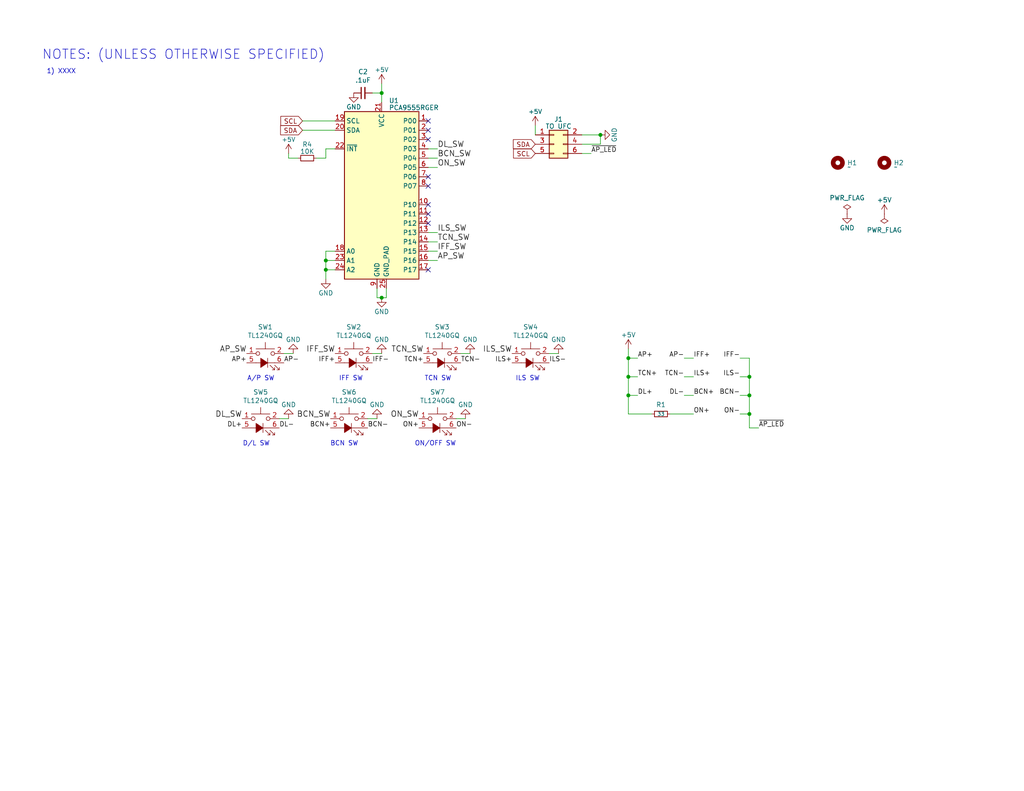
<source format=kicad_sch>
(kicad_sch (version 20230121) (generator eeschema)
  (paper "USLetter")
  (title_block (title "Autopilot Button PCB") (date "2022-08-26") (rev "2") (company "WWW.OPENHORNET.COM") (comment 1 "CC BY-NC-SA"))
  (lib_symbols
    (symbol "Connector_Generic:Conn_02x03_Odd_Even" (pin_names (offset 1.016) hide)
      (property "Reference" "J" (at 1.27 5.08 0))
      (property "Value" "Conn_02x03_Odd_Even" (at 1.27 -5.08 0))
      (symbol "Conn_02x03_Odd_Even_1_1"
        (rectangle (start -1.27 -2.413) (end 0 -2.667) (stroke (width 0.1524)))
        (rectangle (start -1.27 0.127) (end 0 -0.127) (stroke (width 0.1524)))
        (rectangle (start -1.27 2.667) (end 0 2.413) (stroke (width 0.1524)))
        (rectangle (start -1.27 3.81) (end 3.81 -3.81) (stroke (width 0.254)) (fill (type background)))
        (rectangle (start 3.81 -2.413) (end 2.54 -2.667) (stroke (width 0.1524)))
        (rectangle (start 3.81 0.127) (end 2.54 -0.127) (stroke (width 0.1524)))
        (rectangle (start 3.81 2.667) (end 2.54 2.413) (stroke (width 0.1524)))
        (pin passive line (at -5.08 2.54 0) (length 3.81) (name "Pin_1") (number "1"))
        (pin passive line (at 7.62 2.54 180) (length 3.81) (name "Pin_2") (number "2"))
        (pin passive line (at -5.08 0 0) (length 3.81) (name "Pin_3") (number "3"))
        (pin passive line (at 7.62 0 180) (length 3.81) (name "Pin_4") (number "4"))
        (pin passive line (at -5.08 -2.54 0) (length 3.81) (name "Pin_5") (number "5"))
        (pin passive line (at 7.62 -2.54 180) (length 3.81) (name "Pin_6") (number "6"))
      )
    )
    (symbol "Device:C_Small" (pin_numbers hide) (pin_names (offset 0.254) hide)
      (property "Reference" "C" (at 0.254 1.778 0))
      (property "Value" "C_Small" (at 0.254 -2.032 0))
      (symbol "C_Small_0_1"
        (polyline (pts (xy -1.524 -0.508) (xy 1.524 -0.508)) (stroke (width 0.3302)))
        (polyline (pts (xy -1.524 0.508) (xy 1.524 0.508)) (stroke (width 0.3048)))
      )
      (symbol "C_Small_1_1"
        (pin passive line (at 0 2.54 270) (length 2.032) (name "~") (number "1"))
        (pin passive line (at 0 -2.54 90) (length 2.032) (name "~") (number "2"))
      )
    )
    (symbol "Device:R_Small" (pin_numbers hide) (pin_names (offset 0.254) hide)
      (property "Reference" "R" (at 0.762 0.508 0))
      (property "Value" "R_Small" (at 0.762 -1.016 0))
      (symbol "R_Small_0_1"
        (rectangle (start -0.762 1.778) (end 0.762 -1.778) (stroke (width 0.2032)))
      )
      (symbol "R_Small_1_1"
        (pin passive line (at 0 2.54 270) (length 0.762) (name "~") (number "1"))
        (pin passive line (at 0 -2.54 90) (length 0.762) (name "~") (number "2"))
      )
    )
    (symbol "KiCadCustomLib:PCA9555RGER"
      (property "Reference" "U" (at 8.89 26.67 0))
      (property "Value" "PCA9555RGER" (at 1.27 24.13 0))
      (symbol "PCA9555RGER_1_1"
        (rectangle (start -10.16 22.86) (end 10.16 -22.86) (stroke (width 0.254)) (fill (type background)))
        (pin bidirectional line (at 12.7 20.32 180) (length 2.54) (name "P00") (number "1"))
        (pin bidirectional line (at 12.7 -2.54 180) (length 2.54) (name "P10") (number "10"))
        (pin bidirectional line (at 12.7 -5.08 180) (length 2.54) (name "P11") (number "11"))
        (pin bidirectional line (at 12.7 -7.62 180) (length 2.54) (name "P12") (number "12"))
        (pin bidirectional line (at 12.7 -10.16 180) (length 2.54) (name "P13") (number "13"))
        (pin bidirectional line (at 12.7 -12.7 180) (length 2.54) (name "P14") (number "14"))
        (pin bidirectional line (at 12.7 -15.24 180) (length 2.54) (name "P15") (number "15"))
        (pin bidirectional line (at 12.7 -17.78 180) (length 2.54) (name "P16") (number "16"))
        (pin bidirectional line (at 12.7 -20.32 180) (length 2.54) (name "P17") (number "17"))
        (pin input line (at -12.7 -15.24 0) (length 2.54) (name "A0") (number "18"))
        (pin input line (at -12.7 20.32 0) (length 2.54) (name "SCL") (number "19"))
        (pin bidirectional line (at 12.7 17.78 180) (length 2.54) (name "P01") (number "2"))
        (pin bidirectional line (at -12.7 17.78 0) (length 2.54) (name "SDA") (number "20"))
        (pin power_in line (at 0 25.4 270) (length 2.54) (name "VCC") (number "21"))
        (pin open_collector line (at -12.7 12.7 0) (length 2.54) (name "~{INT}") (number "22"))
        (pin input line (at -12.7 -17.78 0) (length 2.54) (name "A1") (number "23"))
        (pin input line (at -12.7 -20.32 0) (length 2.54) (name "A2") (number "24"))
        (pin power_in line (at 1.27 -25.4 90) (length 2.54) (name "GND_PAD") (number "25"))
        (pin bidirectional line (at 12.7 15.24 180) (length 2.54) (name "P02") (number "3"))
        (pin bidirectional line (at 12.7 12.7 180) (length 2.54) (name "P03") (number "4"))
        (pin bidirectional line (at 12.7 10.16 180) (length 2.54) (name "P04") (number "5"))
        (pin bidirectional line (at 12.7 7.62 180) (length 2.54) (name "P05") (number "6"))
        (pin bidirectional line (at 12.7 5.08 180) (length 2.54) (name "P06") (number "7"))
        (pin bidirectional line (at 12.7 2.54 180) (length 2.54) (name "P07") (number "8"))
        (pin power_in line (at -1.27 -25.4 90) (length 2.54) (name "GND") (number "9"))
      )
    )
    (symbol "KiCadCustomLib:TL1240GQ" (pin_names (offset 1.016) hide)
      (property "Reference" "SW" (at 0.635 5.715 0))
      (property "Value" "TL1240GQ" (at 0 -3.175 0))
      (symbol "TL1240GQ_0_0"
        (polyline (pts (xy -2.54 0) (xy 2.54 0)))
        (polyline (pts (xy 0.635 1.27) (xy 0.635 -1.27)))
        (polyline (pts (xy 2.54 -1.905) (xy 1.27 -0.635)))
        (polyline (pts (xy 3.81 -1.905) (xy 2.54 -0.635)))
        (polyline (pts (xy 2.54 -1.27) (xy 2.54 -1.905) (xy 1.905 -1.905)))
        (polyline (pts (xy 3.81 -1.27) (xy 3.81 -1.905) (xy 3.175 -1.905)))
        (polyline (pts (xy 0.635 0) (xy -1.27 1.27) (xy -1.27 -1.27) (xy 0.635 0)) (fill (type outline)))
      )
      (symbol "TL1240GQ_0_1"
        (circle (center -2.032 2.54) (radius 0.508))
        (polyline (pts (xy 0 3.81) (xy 0 5.588)))
        (polyline (pts (xy 2.54 3.81) (xy -2.54 3.81)))
        (circle (center 2.032 2.54) (radius 0.508))
        (pin passive line (at -5.08 2.54 0) (length 2.54) (name "1") (number "1"))
        (pin passive line (at 5.08 2.54 180) (length 2.54) (name "2") (number "2"))
        (pin passive line (at -5.08 0 0) (length 2.54) (name "K") (number "5"))
        (pin passive line (at 5.08 0 180) (length 2.54) (name "6") (number "6"))
      )
    )
    (symbol "Mechanical:MountingHole" (pin_names (offset 1.016))
      (property "Reference" "H" (at 0 5.08 0))
      (property "Value" "MountingHole" (at 0 3.175 0))
      (symbol "MountingHole_0_1"
        (circle (center 0 0) (radius 1.27) (stroke (width 1.27)))
      )
    )
    (symbol "power:+5V" (power) (pin_names (offset 0))
      (property "Value" "+5V" (at 0 3.556 0))
      (symbol "+5V_0_1"
        (polyline (pts (xy -0.762 1.27) (xy 0 2.54)))
        (polyline (pts (xy 0 0) (xy 0 2.54)))
        (polyline (pts (xy 0 2.54) (xy 0.762 1.27)))
      )
      (symbol "+5V_1_1"
        (pin power_in line (at 0 0 90) (length 0) hide (name "+5V") (number "1"))
      )
    )
    (symbol "power:GND" (power) (pin_names (offset 0))
      (property "Value" "GND" (at 0 -3.81 0))
      (symbol "GND_0_1"
        (polyline (pts (xy 0 0) (xy 0 -1.27) (xy 1.27 -1.27) (xy 0 -2.54) (xy -1.27 -1.27) (xy 0 -1.27)))
      )
      (symbol "GND_1_1"
        (pin power_in line (at 0 0 270) (length 0) hide (name "GND") (number "1"))
      )
    )
    (symbol "power:PWR_FLAG" (power) (pin_numbers hide) (pin_names (offset 0) hide)
      (property "Value" "PWR_FLAG" (at 0 3.81 0))
      (symbol "PWR_FLAG_0_0"
        (pin power_out line (at 0 0 90) (length 0) (name "pwr") (number "1"))
      )
      (symbol "PWR_FLAG_0_1"
        (polyline (pts (xy 0 0) (xy 0 1.27) (xy -1.016 1.905) (xy 0 2.54) (xy 1.016 1.905) (xy 0 1.27)))
      )
    )
  )
  (junction (at 171.45 102.87))
  (junction (at 104.14 81.28))
  (junction (at 171.45 97.79))
  (junction (at 163.83 36.83))
  (junction (at 88.9 71.12))
  (junction (at 88.9 73.66))
  (junction (at 204.47 113.03))
  (junction (at 171.45 107.95))
  (junction (at 104.14 25.4))
  (junction (at 204.47 102.87))
  (junction (at 204.47 107.95))
  (no_connect (at 116.84 60.96))
  (no_connect (at 116.84 50.8))
  (no_connect (at 116.84 48.26))
  (no_connect (at 116.84 38.1))
  (no_connect (at 116.84 55.88))
  (no_connect (at 116.84 58.42))
  (no_connect (at 116.84 33.02))
  (no_connect (at 116.84 35.56))
  (no_connect (at 116.84 73.66))
  (wire (pts (xy 105.41 78.74) (xy 105.41 81.28)))
  (wire (pts (xy 201.93 113.03) (xy 204.47 113.03)))
  (wire (pts (xy 116.84 63.5) (xy 119.38 63.5)))
  (wire (pts (xy 116.84 45.72) (xy 119.38 45.72)))
  (wire (pts (xy 88.9 73.66) (xy 88.9 71.12)))
  (wire (pts (xy 116.84 40.64) (xy 119.38 40.64)))
  (wire (pts (xy 80.01 96.52) (xy 77.47 96.52)))
  (wire (pts (xy 204.47 113.03) (xy 204.47 116.84)))
  (wire (pts (xy 177.8 113.03) (xy 171.45 113.03)))
  (wire (pts (xy 82.55 35.56) (xy 91.44 35.56)))
  (wire (pts (xy 104.14 96.52) (xy 101.6 96.52)))
  (wire (pts (xy 78.74 41.91) (xy 78.74 43.18)))
  (wire (pts (xy 88.9 40.64) (xy 91.44 40.64)))
  (wire (pts (xy 201.93 102.87) (xy 204.47 102.87)))
  (wire (pts (xy 102.87 78.74) (xy 102.87 81.28)))
  (wire (pts (xy 104.14 25.4) (xy 104.14 22.86)))
  (wire (pts (xy 171.45 97.79) (xy 171.45 95.25)))
  (wire (pts (xy 91.44 73.66) (xy 88.9 73.66)))
  (wire (pts (xy 189.23 102.87) (xy 186.69 102.87)))
  (wire (pts (xy 201.93 107.95) (xy 204.47 107.95)))
  (wire (pts (xy 101.6 25.4) (xy 104.14 25.4)))
  (wire (pts (xy 173.99 97.79) (xy 171.45 97.79)))
  (wire (pts (xy 201.93 97.79) (xy 204.47 97.79)))
  (wire (pts (xy 171.45 113.03) (xy 171.45 107.95)))
  (wire (pts (xy 88.9 68.58) (xy 91.44 68.58)))
  (wire (pts (xy 78.74 43.18) (xy 81.28 43.18)))
  (wire (pts (xy 104.14 81.28) (xy 105.41 81.28)))
  (wire (pts (xy 86.36 43.18) (xy 88.9 43.18)))
  (wire (pts (xy 116.84 68.58) (xy 119.38 68.58)))
  (wire (pts (xy 82.55 33.02) (xy 91.44 33.02)))
  (wire (pts (xy 204.47 113.03) (xy 204.47 107.95)))
  (wire (pts (xy 189.23 107.95) (xy 186.69 107.95)))
  (wire (pts (xy 88.9 43.18) (xy 88.9 40.64)))
  (wire (pts (xy 171.45 102.87) (xy 171.45 97.79)))
  (wire (pts (xy 189.23 113.03) (xy 182.88 113.03)))
  (wire (pts (xy 128.27 96.52) (xy 125.73 96.52)))
  (wire (pts (xy 158.75 36.83) (xy 163.83 36.83)))
  (wire (pts (xy 171.45 107.95) (xy 171.45 102.87)))
  (wire (pts (xy 88.9 71.12) (xy 91.44 71.12)))
  (wire (pts (xy 88.9 76.2) (xy 88.9 73.66)))
  (wire (pts (xy 152.4 96.52) (xy 149.86 96.52)))
  (wire (pts (xy 146.05 34.29) (xy 146.05 36.83)))
  (wire (pts (xy 204.47 102.87) (xy 204.47 97.79)))
  (wire (pts (xy 204.47 116.84) (xy 207.01 116.84)))
  (wire (pts (xy 204.47 107.95) (xy 204.47 102.87)))
  (wire (pts (xy 78.74 114.3) (xy 76.2 114.3)))
  (wire (pts (xy 173.99 102.87) (xy 171.45 102.87)))
  (wire (pts (xy 104.14 25.4) (xy 104.14 27.94)))
  (wire (pts (xy 102.87 81.28) (xy 104.14 81.28)))
  (wire (pts (xy 163.83 36.83) (xy 163.83 39.37)))
  (wire (pts (xy 116.84 66.04) (xy 119.38 66.04)))
  (wire (pts (xy 116.84 43.18) (xy 119.38 43.18)))
  (wire (pts (xy 158.75 39.37) (xy 163.83 39.37)))
  (wire (pts (xy 116.84 71.12) (xy 119.38 71.12)))
  (wire (pts (xy 173.99 107.95) (xy 171.45 107.95)))
  (wire (pts (xy 161.29 41.91) (xy 158.75 41.91)))
  (wire (pts (xy 102.87 114.3) (xy 100.33 114.3)))
  (wire (pts (xy 88.9 71.12) (xy 88.9 68.58)))
  (wire (pts (xy 127 114.3) (xy 124.46 114.3)))
  (wire (pts (xy 189.23 97.79) (xy 186.69 97.79)))
  (text "TCN SW" (at 123.19 104.14 0) (effects (font (size 1.27 1.27)) (justify right bottom)))
  (text "D/L SW" (at 73.66 121.92 0) (effects (font (size 1.27 1.27)) (justify right bottom)))
  (text "NOTES: (UNLESS OTHERWISE SPECIFIED)" (at 11.43 16.51 0) (effects (font (size 2.54 2.54)) (justify left bottom)))
  (text "BCN SW" (at 97.79 121.92 0) (effects (font (size 1.27 1.27)) (justify right bottom)))
  (text "IFF SW" (at 99.06 104.14 0) (effects (font (size 1.27 1.27)) (justify right bottom)))
  (text "ON/OFF SW" (at 124.46 121.92 0) (effects (font (size 1.27 1.27)) (justify right bottom)))
  (text "A/P SW" (at 74.93 104.14 0) (effects (font (size 1.27 1.27)) (justify right bottom)))
  (text "ILS SW" (at 147.32 104.14 0) (effects (font (size 1.27 1.27)) (justify right bottom)))
  (text "1) XXXX" (at 12.7 20.32 0) (effects (font (size 1.27 1.27)) (justify left bottom)))
  (label "ON_SW" (at 119.38 45.72 0) (effects (font (size 1.524 1.524))))
  (label "BCN-" (at 100.33 116.84 0))
  (label "ILS-" (at 201.93 102.87 180))
  (label "BCN+" (at 90.17 116.84 180))
  (label "DL+" (at 66.04 116.84 180))
  (label "AP+" (at 67.31 99.06 180))
  (label "TCN_SW" (at 115.57 96.52 180) (effects (font (size 1.524 1.524))))
  (label "ILS_SW" (at 139.7 96.52 180) (effects (font (size 1.524 1.524))))
  (label "IFF-" (at 201.93 97.79 180))
  (label "~{AP_LED}" (at 207.01 116.84 0))
  (label "TCN-" (at 186.69 102.87 180))
  (label "ON+" (at 114.3 116.84 180))
  (label "ON-" (at 124.46 116.84 0))
  (label "DL-" (at 186.69 107.95 180))
  (label "TCN+" (at 115.57 99.06 180))
  (label "BCN-" (at 201.93 107.95 180))
  (label "~{AP_LED}" (at 161.29 41.91 0))
  (label "ILS+" (at 139.7 99.06 180))
  (label "IFF-" (at 101.6 99.06 0))
  (label "BCN_SW" (at 90.17 114.3 180) (effects (font (size 1.524 1.524))))
  (label "IFF+" (at 91.44 99.06 180))
  (label "DL-" (at 76.2 116.84 0))
  (label "IFF_SW" (at 119.38 68.58 0) (effects (font (size 1.524 1.524))))
  (label "AP_SW" (at 67.31 96.52 180) (effects (font (size 1.524 1.524))))
  (label "AP-" (at 186.69 97.79 180))
  (label "TCN-" (at 125.73 99.06 0))
  (label "IFF_SW" (at 91.44 96.52 180) (effects (font (size 1.524 1.524))))
  (label "BCN_SW" (at 119.38 43.18 0) (effects (font (size 1.524 1.524))))
  (label "ON+" (at 189.23 113.03 0))
  (label "TCN+" (at 173.99 102.87 0))
  (label "IFF+" (at 189.23 97.79 0))
  (label "ON_SW" (at 114.3 114.3 180) (effects (font (size 1.524 1.524))))
  (label "AP+" (at 173.99 97.79 0))
  (label "ON-" (at 201.93 113.03 180))
  (label "AP_SW" (at 119.38 71.12 0) (effects (font (size 1.524 1.524))))
  (label "ILS+" (at 189.23 102.87 0))
  (label "ILS_SW" (at 119.38 63.5 0) (effects (font (size 1.524 1.524))))
  (label "DL+" (at 173.99 107.95 0))
  (label "DL_SW" (at 119.38 40.64 0) (effects (font (size 1.524 1.524))))
  (label "DL_SW" (at 66.04 114.3 180) (effects (font (size 1.524 1.524))))
  (label "ILS-" (at 149.86 99.06 0))
  (label "AP-" (at 77.47 99.06 0))
  (label "TCN_SW" (at 119.38 66.04 0) (effects (font (size 1.524 1.524))))
  (label "BCN+" (at 189.23 107.95 0))
  (global_label "SDA" (shape input) (at 146.05 39.37 180) (property "Intersheetrefs" "${INTERSHEET_REFS}" (effects hide)))
  (global_label "SCL" (shape input) (at 146.05 41.91 180) (property "Intersheetrefs" "${INTERSHEET_REFS}" (effects hide)))
  (global_label "SDA" (shape input) (at 82.55 35.56 180) (property "Intersheetrefs" "${INTERSHEET_REFS}" (effects hide)))
  (global_label "SCL" (shape input) (at 82.55 33.02 180) (property "Intersheetrefs" "${INTERSHEET_REFS}" (effects hide)))
  (symbol (lib_id "KiCadCustomLib:TL1240GQ") (at 72.39 99.06 0) (unit 1)
    (property "Reference" "SW1" (at 72.39 89.281 0))
    (property "Value" "TL1240GQ" (at 72.39 91.5924 0))
    (property "Footprint" "OH_Footprints:TL1240GQ" (effects hide))
    (property "Datasheet" "http://spec_sheets.e-switch.com/specs/P010362.pdf" (effects hide))
    (property "PN" "TL1240GQ" (effects hide))
  )
  (symbol (lib_id "KiCadCustomLib:TL1240GQ") (at 96.52 99.06 0) (unit 1)
    (property "Reference" "SW2" (at 96.52 89.281 0))
    (property "Value" "TL1240GQ" (at 96.52 91.5924 0))
    (property "Footprint" "OH_Footprints:TL1240GQ" (effects hide))
    (property "Datasheet" "http://spec_sheets.e-switch.com/specs/P010362.pdf" (effects hide))
    (property "PN" "TL1240GQ" (effects hide))
  )
  (symbol (lib_id "KiCadCustomLib:TL1240GQ") (at 120.65 99.06 0) (unit 1)
    (property "Reference" "SW3" (at 120.65 89.281 0))
    (property "Value" "TL1240GQ" (at 120.65 91.5924 0))
    (property "Footprint" "OH_Footprints:TL1240GQ" (effects hide))
    (property "Datasheet" "http://spec_sheets.e-switch.com/specs/P010362.pdf" (effects hide))
    (property "PN" "TL1240GQ" (effects hide))
  )
  (symbol (lib_id "KiCadCustomLib:TL1240GQ") (at 144.78 99.06 0) (unit 1)
    (property "Reference" "SW4" (at 144.78 89.281 0))
    (property "Value" "TL1240GQ" (at 144.78 91.5924 0))
    (property "Footprint" "OH_Footprints:TL1240GQ" (effects hide))
    (property "Datasheet" "http://spec_sheets.e-switch.com/specs/P010362.pdf" (effects hide))
    (property "PN" "TL1240GQ" (effects hide))
  )
  (symbol (lib_id "KiCadCustomLib:TL1240GQ") (at 71.12 116.84 0) (unit 1)
    (property "Reference" "SW5" (at 71.12 107.061 0))
    (property "Value" "TL1240GQ" (at 71.12 109.3724 0))
    (property "Footprint" "OH_Footprints:TL1240GQ" (effects hide))
    (property "Datasheet" "http://spec_sheets.e-switch.com/specs/P010362.pdf" (effects hide))
    (property "PN" "TL1240GQ" (effects hide))
  )
  (symbol (lib_id "KiCadCustomLib:TL1240GQ") (at 95.25 116.84 0) (unit 1)
    (property "Reference" "SW6" (at 95.25 107.061 0))
    (property "Value" "TL1240GQ" (at 95.25 109.3724 0))
    (property "Footprint" "OH_Footprints:TL1240GQ" (effects hide))
    (property "Datasheet" "http://spec_sheets.e-switch.com/specs/P010362.pdf" (effects hide))
    (property "PN" "TL1240GQ" (effects hide))
  )
  (symbol (lib_id "KiCadCustomLib:TL1240GQ") (at 119.38 116.84 0) (unit 1)
    (property "Reference" "SW7" (at 119.38 107.061 0))
    (property "Value" "TL1240GQ" (at 119.38 109.3724 0))
    (property "Footprint" "OH_Footprints:TL1240GQ" (effects hide))
    (property "Datasheet" "http://spec_sheets.e-switch.com/specs/P010362.pdf" (effects hide))
    (property "PN" "TL1240GQ" (effects hide))
  )
  (symbol (lib_id "power:GND") (at 80.01 96.52 180) (unit 1)
    (property "Reference" "#PWR02" (effects hide))
    (property "Value" "GND" (at 80.01 92.71 0))
  )
  (symbol (lib_id "power:GND") (at 104.14 96.52 180) (unit 1)
    (property "Reference" "#PWR03" (effects hide))
    (property "Value" "GND" (at 104.14 92.71 0))
  )
  (symbol (lib_id "power:GND") (at 128.27 96.52 180) (unit 1)
    (property "Reference" "#PWR04" (effects hide))
    (property "Value" "GND" (at 128.27 92.71 0))
  )
  (symbol (lib_id "power:GND") (at 152.4 96.52 180) (unit 1)
    (property "Reference" "#PWR05" (effects hide))
    (property "Value" "GND" (at 152.4 92.71 0))
  )
  (symbol (lib_id "power:GND") (at 78.74 114.3 180) (unit 1)
    (property "Reference" "#PWR06" (effects hide))
    (property "Value" "GND" (at 78.74 110.49 0))
  )
  (symbol (lib_id "power:GND") (at 102.87 114.3 180) (unit 1)
    (property "Reference" "#PWR07" (effects hide))
    (property "Value" "GND" (at 102.87 110.49 0))
  )
  (symbol (lib_id "power:GND") (at 127 114.3 180) (unit 1)
    (property "Reference" "#PWR08" (effects hide))
    (property "Value" "GND" (at 127 110.49 0))
  )
  (symbol (lib_id "power:PWR_FLAG") (at 231.14 58.42 0) (unit 1)
    (property "Reference" "#FLG0101" (effects hide))
    (property "Value" "PWR_FLAG" (at 231.14 54.0258 0))
  )
  (symbol (lib_id "power:GND") (at 231.14 58.42 0) (unit 1)
    (property "Reference" "#PWR0101" (effects hide))
    (property "Value" "GND" (at 231.14 62.23 0))
  )
  (symbol (lib_id "power:PWR_FLAG") (at 241.3 58.42 180) (unit 1)
    (property "Reference" "#FLG0102" (effects hide))
    (property "Value" "PWR_FLAG" (at 241.3 62.8142 0))
  )
  (symbol (lib_id "power:+5V") (at 241.3 58.42 0) (unit 1)
    (property "Reference" "#PWR0102" (effects hide))
    (property "Value" "+5V" (at 241.3 54.61 0))
  )
  (symbol (lib_id "Device:R_Small") (at 180.34 113.03 270) (unit 1)
    (property "Reference" "R1" (at 180.34 110.49 90))
    (property "Value" "33" (at 180.34 113.03 90) (effects (font (size 0.9906 0.9906))))
    (property "Footprint" "Resistor_SMD:R_0402_1005Metric" (effects hide))
    (property "Datasheet" "https://datasheet.lcsc.com/szlcsc/Uniroyal-Elec-0402WGF2001TCE_C4109.pdf" (effects hide))
    (property "LCSC" "C25105" (effects hide))
    (property "PN" "0402WGF330JTCE" (effects hide))
  )
  (symbol (lib_id "power:+5V") (at 171.45 95.25 0) (unit 1)
    (property "Reference" "#PWR0109" (effects hide))
    (property "Value" "+5V" (at 171.45 91.44 0))
  )
  (symbol (lib_id "Mechanical:MountingHole") (at 228.6 44.45 0) (unit 1)
    (property "Reference" "H1" (at 231.14 44.45 0) (effects (justify left)))
    (property "Value" "~" (at 231.14 45.593 0) (effects (justify left)))
    (property "Footprint" "MountingHole:MountingHole_3.2mm_M3_DIN965" (effects hide))
  )
  (symbol (lib_id "Mechanical:MountingHole") (at 241.3 44.45 0) (unit 1)
    (property "Reference" "H2" (at 243.84 44.45 0) (effects (justify left)))
    (property "Value" "~" (at 243.84 45.593 0) (effects (justify left)))
    (property "Footprint" "MountingHole:MountingHole_3.2mm_M3_DIN965" (effects hide))
  )
  (symbol (lib_id "power:+5V") (at 78.74 41.91 0) (unit 1)
    (property "Reference" "#PWR011" (effects hide))
    (property "Value" "+5V" (at 78.74 38.1 0) (effects (font (size 1.1938 1.1938))))
  )
  (symbol (lib_id "power:GND") (at 104.14 81.28 0) (unit 1)
    (property "Reference" "#PWR013" (effects hide))
    (property "Value" "GND" (at 104.14 85.09 0))
  )
  (symbol (lib_id "Connector_Generic:Conn_02x03_Odd_Even") (at 151.13 39.37 0) (unit 1)
    (property "Reference" "J1" (at 152.4 32.5501 0))
    (property "Value" "TO UFC" (at 152.4 34.4711 0))
    (property "Footprint" "Connector_PinHeader_2.54mm:PinHeader_2x03_P2.54mm_Vertical" (effects hide))
  )
  (symbol (lib_id "power:+5V") (at 146.05 34.29 0) (unit 1)
    (property "Reference" "#PWR01" (effects hide))
    (property "Value" "+5V" (at 146.05 30.48 0) (effects (font (size 1.1938 1.1938))))
  )
  (symbol (lib_id "power:+5V") (at 104.14 22.86 0) (unit 1)
    (property "Reference" "#PWR09" (effects hide))
    (property "Value" "+5V" (at 104.14 19.05 0) (effects (font (size 1.1938 1.1938))))
  )
  (symbol (lib_id "power:GND") (at 88.9 76.2 0) (unit 1)
    (property "Reference" "#PWR012" (effects hide))
    (property "Value" "GND" (at 88.9 80.01 0))
  )
  (symbol (lib_id "KiCadCustomLib:PCA9555RGER") (at 104.14 53.34 0) (unit 1)
    (property "Reference" "U1" (at 106.0959 27.4701 0) (effects (justify left)))
    (property "Value" "PCA9555RGER" (at 106.0959 29.3911 0) (effects (justify left)))
    (property "Footprint" "Package_DFN_QFN:VQFN-24-1EP_4x4mm_P0.5mm_EP2.45x2.45mm" (effects hide))
    (property "Datasheet" "https://www.ti.com/lit/ds/symlink/pca9555.pdf" (effects hide))
    (property "LCSC" "C2652275" (effects hide))
    (property "PN" "PCA9555RGER" (effects hide))
  )
  (symbol (lib_id "power:GND") (at 96.52 25.4 0) (unit 1)
    (property "Reference" "#PWR010" (effects hide))
    (property "Value" "GND" (at 96.52 29.21 0))
  )
  (symbol (lib_id "Device:C_Small") (at 99.06 25.4 90) (unit 1)
    (property "Reference" "C2" (at 99.06 19.5834 90))
    (property "Value" ".1uF" (at 99.06 21.8948 90))
    (property "Footprint" "Capacitor_SMD:C_0603_1608Metric" (effects hide))
    (property "Datasheet" "https://datasheet.lcsc.com/lcsc/1809301912_YAGEO-CC0603KRX7R9BB104_C14663.pdf" (effects hide))
    (property "LCSC" "C14663" (effects hide))
    (property "PN" "CC0603KRX7R9BB104" (effects hide))
  )
  (symbol (lib_id "Device:R_Small") (at 83.82 43.18 90) (mirror x) (unit 1)
    (property "Reference" "R4" (at 83.82 39.4335 90))
    (property "Value" "10K" (at 83.82 41.3545 90))
    (property "Footprint" "Resistor_SMD:R_0603_1608Metric" (effects hide))
    (property "Datasheet" "https://datasheet.lcsc.com/szlcsc/1811062009_UNI-ROYAL-Uniroyal-Elec-0603WAF1002T5E_C25804.pdf" (effects hide))
    (property "LCSC" "C25804" (effects hide))
    (property "PN" "0603WAF1002T5E" (effects hide))
  )
  (symbol (lib_id "power:GND") (at 163.83 36.83 90) (unit 1)
    (property "Reference" "#PWR014" (effects hide))
    (property "Value" "GND" (at 167.64 36.83 0))
  )
)
</source>
